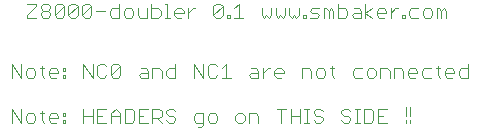
<source format=gto>
G75*
%MOIN*%
%OFA0B0*%
%FSLAX25Y25*%
%IPPOS*%
%LPD*%
%AMOC8*
5,1,8,0,0,1.08239X$1,22.5*
%
%ADD10C,0.00400*%
D10*
X0166500Y0160400D02*
X0166500Y0165004D01*
X0169569Y0160400D01*
X0169569Y0165004D01*
X0171104Y0162702D02*
X0171104Y0161167D01*
X0171871Y0160400D01*
X0173406Y0160400D01*
X0174173Y0161167D01*
X0174173Y0162702D01*
X0173406Y0163469D01*
X0171871Y0163469D01*
X0171104Y0162702D01*
X0175708Y0163469D02*
X0177242Y0163469D01*
X0176475Y0164237D02*
X0176475Y0161167D01*
X0177242Y0160400D01*
X0178777Y0161167D02*
X0178777Y0162702D01*
X0179544Y0163469D01*
X0181079Y0163469D01*
X0181846Y0162702D01*
X0181846Y0161935D01*
X0178777Y0161935D01*
X0178777Y0161167D02*
X0179544Y0160400D01*
X0181079Y0160400D01*
X0183381Y0160400D02*
X0183381Y0161167D01*
X0184148Y0161167D01*
X0184148Y0160400D01*
X0183381Y0160400D01*
X0183381Y0162702D02*
X0183381Y0163469D01*
X0184148Y0163469D01*
X0184148Y0162702D01*
X0183381Y0162702D01*
X0190287Y0162702D02*
X0193356Y0162702D01*
X0194891Y0162702D02*
X0196425Y0162702D01*
X0194891Y0165004D02*
X0194891Y0160400D01*
X0197960Y0160400D01*
X0199495Y0160400D02*
X0199495Y0163469D01*
X0201029Y0165004D01*
X0202564Y0163469D01*
X0202564Y0160400D01*
X0204099Y0160400D02*
X0204099Y0165004D01*
X0206401Y0165004D01*
X0207168Y0164237D01*
X0207168Y0161167D01*
X0206401Y0160400D01*
X0204099Y0160400D01*
X0202564Y0162702D02*
X0199495Y0162702D01*
X0197960Y0165004D02*
X0194891Y0165004D01*
X0193356Y0165004D02*
X0193356Y0160400D01*
X0190287Y0160400D02*
X0190287Y0165004D01*
X0190287Y0175400D02*
X0190287Y0180004D01*
X0193356Y0175400D01*
X0193356Y0180004D01*
X0194891Y0179237D02*
X0194891Y0176167D01*
X0195658Y0175400D01*
X0197193Y0175400D01*
X0197960Y0176167D01*
X0199495Y0176167D02*
X0202564Y0179237D01*
X0202564Y0176167D01*
X0201797Y0175400D01*
X0200262Y0175400D01*
X0199495Y0176167D01*
X0199495Y0179237D01*
X0200262Y0180004D01*
X0201797Y0180004D01*
X0202564Y0179237D01*
X0197960Y0179237D02*
X0197193Y0180004D01*
X0195658Y0180004D01*
X0194891Y0179237D01*
X0184148Y0178469D02*
X0184148Y0177702D01*
X0183381Y0177702D01*
X0183381Y0178469D01*
X0184148Y0178469D01*
X0184148Y0176167D02*
X0184148Y0175400D01*
X0183381Y0175400D01*
X0183381Y0176167D01*
X0184148Y0176167D01*
X0181846Y0176935D02*
X0178777Y0176935D01*
X0178777Y0177702D02*
X0179544Y0178469D01*
X0181079Y0178469D01*
X0181846Y0177702D01*
X0181846Y0176935D01*
X0181079Y0175400D02*
X0179544Y0175400D01*
X0178777Y0176167D01*
X0178777Y0177702D01*
X0177242Y0178469D02*
X0175708Y0178469D01*
X0176475Y0179237D02*
X0176475Y0176167D01*
X0177242Y0175400D01*
X0174173Y0176167D02*
X0174173Y0177702D01*
X0173406Y0178469D01*
X0171871Y0178469D01*
X0171104Y0177702D01*
X0171104Y0176167D01*
X0171871Y0175400D01*
X0173406Y0175400D01*
X0174173Y0176167D01*
X0169569Y0175400D02*
X0169569Y0180004D01*
X0166500Y0180004D02*
X0166500Y0175400D01*
X0169569Y0175400D02*
X0166500Y0180004D01*
X0171500Y0195400D02*
X0174569Y0195400D01*
X0176104Y0196167D02*
X0176104Y0196935D01*
X0176871Y0197702D01*
X0178406Y0197702D01*
X0179173Y0196935D01*
X0179173Y0196167D01*
X0178406Y0195400D01*
X0176871Y0195400D01*
X0176104Y0196167D01*
X0176871Y0197702D02*
X0176104Y0198469D01*
X0176104Y0199237D01*
X0176871Y0200004D01*
X0178406Y0200004D01*
X0179173Y0199237D01*
X0179173Y0198469D01*
X0178406Y0197702D01*
X0180708Y0196167D02*
X0180708Y0199237D01*
X0181475Y0200004D01*
X0183010Y0200004D01*
X0183777Y0199237D01*
X0180708Y0196167D01*
X0181475Y0195400D01*
X0183010Y0195400D01*
X0183777Y0196167D01*
X0183777Y0199237D01*
X0185312Y0199237D02*
X0186079Y0200004D01*
X0187614Y0200004D01*
X0188381Y0199237D01*
X0185312Y0196167D01*
X0186079Y0195400D01*
X0187614Y0195400D01*
X0188381Y0196167D01*
X0188381Y0199237D01*
X0189916Y0199237D02*
X0190683Y0200004D01*
X0192218Y0200004D01*
X0192985Y0199237D01*
X0189916Y0196167D01*
X0190683Y0195400D01*
X0192218Y0195400D01*
X0192985Y0196167D01*
X0192985Y0199237D01*
X0194520Y0197702D02*
X0197589Y0197702D01*
X0199124Y0197702D02*
X0199891Y0198469D01*
X0202193Y0198469D01*
X0202193Y0200004D02*
X0202193Y0195400D01*
X0199891Y0195400D01*
X0199124Y0196167D01*
X0199124Y0197702D01*
X0203727Y0197702D02*
X0203727Y0196167D01*
X0204495Y0195400D01*
X0206029Y0195400D01*
X0206797Y0196167D01*
X0206797Y0197702D01*
X0206029Y0198469D01*
X0204495Y0198469D01*
X0203727Y0197702D01*
X0208331Y0198469D02*
X0208331Y0196167D01*
X0209099Y0195400D01*
X0211401Y0195400D01*
X0211401Y0198469D01*
X0212935Y0198469D02*
X0215237Y0198469D01*
X0216005Y0197702D01*
X0216005Y0196167D01*
X0215237Y0195400D01*
X0212935Y0195400D01*
X0212935Y0200004D01*
X0217539Y0200004D02*
X0218307Y0200004D01*
X0218307Y0195400D01*
X0219074Y0195400D02*
X0217539Y0195400D01*
X0220609Y0196167D02*
X0220609Y0197702D01*
X0221376Y0198469D01*
X0222910Y0198469D01*
X0223678Y0197702D01*
X0223678Y0196935D01*
X0220609Y0196935D01*
X0220609Y0196167D02*
X0221376Y0195400D01*
X0222910Y0195400D01*
X0225212Y0195400D02*
X0225212Y0198469D01*
X0225212Y0196935D02*
X0226747Y0198469D01*
X0227514Y0198469D01*
X0233653Y0199237D02*
X0233653Y0196167D01*
X0236722Y0199237D01*
X0236722Y0196167D01*
X0235955Y0195400D01*
X0234420Y0195400D01*
X0233653Y0196167D01*
X0233653Y0199237D02*
X0234420Y0200004D01*
X0235955Y0200004D01*
X0236722Y0199237D01*
X0238257Y0196167D02*
X0239024Y0196167D01*
X0239024Y0195400D01*
X0238257Y0195400D01*
X0238257Y0196167D01*
X0240559Y0195400D02*
X0243628Y0195400D01*
X0242093Y0195400D02*
X0242093Y0200004D01*
X0240559Y0198469D01*
X0249767Y0198469D02*
X0249767Y0196167D01*
X0250534Y0195400D01*
X0251301Y0196167D01*
X0252069Y0195400D01*
X0252836Y0196167D01*
X0252836Y0198469D01*
X0254371Y0198469D02*
X0254371Y0196167D01*
X0255138Y0195400D01*
X0255905Y0196167D01*
X0256673Y0195400D01*
X0257440Y0196167D01*
X0257440Y0198469D01*
X0258975Y0198469D02*
X0258975Y0196167D01*
X0259742Y0195400D01*
X0260509Y0196167D01*
X0261277Y0195400D01*
X0262044Y0196167D01*
X0262044Y0198469D01*
X0263578Y0196167D02*
X0264346Y0196167D01*
X0264346Y0195400D01*
X0263578Y0195400D01*
X0263578Y0196167D01*
X0265880Y0195400D02*
X0268182Y0195400D01*
X0268950Y0196167D01*
X0268182Y0196935D01*
X0266648Y0196935D01*
X0265880Y0197702D01*
X0266648Y0198469D01*
X0268950Y0198469D01*
X0270484Y0198469D02*
X0270484Y0195400D01*
X0272019Y0195400D02*
X0272019Y0197702D01*
X0272786Y0198469D01*
X0273554Y0197702D01*
X0273554Y0195400D01*
X0275088Y0195400D02*
X0275088Y0200004D01*
X0275088Y0198469D02*
X0277390Y0198469D01*
X0278158Y0197702D01*
X0278158Y0196167D01*
X0277390Y0195400D01*
X0275088Y0195400D01*
X0272019Y0197702D02*
X0271252Y0198469D01*
X0270484Y0198469D01*
X0279692Y0196167D02*
X0280460Y0196935D01*
X0282761Y0196935D01*
X0282761Y0197702D02*
X0282761Y0195400D01*
X0280460Y0195400D01*
X0279692Y0196167D01*
X0280460Y0198469D02*
X0281994Y0198469D01*
X0282761Y0197702D01*
X0284296Y0196935D02*
X0286598Y0198469D01*
X0288133Y0197702D02*
X0288900Y0198469D01*
X0290435Y0198469D01*
X0291202Y0197702D01*
X0291202Y0196935D01*
X0288133Y0196935D01*
X0288133Y0197702D02*
X0288133Y0196167D01*
X0288900Y0195400D01*
X0290435Y0195400D01*
X0292737Y0195400D02*
X0292737Y0198469D01*
X0294271Y0198469D02*
X0295039Y0198469D01*
X0294271Y0198469D02*
X0292737Y0196935D01*
X0296573Y0196167D02*
X0297341Y0196167D01*
X0297341Y0195400D01*
X0296573Y0195400D01*
X0296573Y0196167D01*
X0298875Y0196167D02*
X0299643Y0195400D01*
X0301945Y0195400D01*
X0303479Y0196167D02*
X0304246Y0195400D01*
X0305781Y0195400D01*
X0306548Y0196167D01*
X0306548Y0197702D01*
X0305781Y0198469D01*
X0304246Y0198469D01*
X0303479Y0197702D01*
X0303479Y0196167D01*
X0301945Y0198469D02*
X0299643Y0198469D01*
X0298875Y0197702D01*
X0298875Y0196167D01*
X0308083Y0195400D02*
X0308083Y0198469D01*
X0308850Y0198469D01*
X0309618Y0197702D01*
X0310385Y0198469D01*
X0311152Y0197702D01*
X0311152Y0195400D01*
X0309618Y0195400D02*
X0309618Y0197702D01*
X0308454Y0179237D02*
X0308454Y0176167D01*
X0309222Y0175400D01*
X0310756Y0176167D02*
X0310756Y0177702D01*
X0311524Y0178469D01*
X0313058Y0178469D01*
X0313826Y0177702D01*
X0313826Y0176935D01*
X0310756Y0176935D01*
X0310756Y0176167D02*
X0311524Y0175400D01*
X0313058Y0175400D01*
X0315360Y0176167D02*
X0315360Y0177702D01*
X0316128Y0178469D01*
X0318429Y0178469D01*
X0318429Y0180004D02*
X0318429Y0175400D01*
X0316128Y0175400D01*
X0315360Y0176167D01*
X0309222Y0178469D02*
X0307687Y0178469D01*
X0306152Y0178469D02*
X0303850Y0178469D01*
X0303083Y0177702D01*
X0303083Y0176167D01*
X0303850Y0175400D01*
X0306152Y0175400D01*
X0301548Y0176935D02*
X0298479Y0176935D01*
X0298479Y0177702D02*
X0299246Y0178469D01*
X0300781Y0178469D01*
X0301548Y0177702D01*
X0301548Y0176935D01*
X0300781Y0175400D02*
X0299246Y0175400D01*
X0298479Y0176167D01*
X0298479Y0177702D01*
X0296945Y0177702D02*
X0296945Y0175400D01*
X0296945Y0177702D02*
X0296177Y0178469D01*
X0293875Y0178469D01*
X0293875Y0175400D01*
X0292341Y0175400D02*
X0292341Y0177702D01*
X0291573Y0178469D01*
X0289271Y0178469D01*
X0289271Y0175400D01*
X0287737Y0176167D02*
X0287737Y0177702D01*
X0286969Y0178469D01*
X0285435Y0178469D01*
X0284667Y0177702D01*
X0284667Y0176167D01*
X0285435Y0175400D01*
X0286969Y0175400D01*
X0287737Y0176167D01*
X0283133Y0175400D02*
X0280831Y0175400D01*
X0280063Y0176167D01*
X0280063Y0177702D01*
X0280831Y0178469D01*
X0283133Y0178469D01*
X0273925Y0178469D02*
X0272390Y0178469D01*
X0273158Y0179237D02*
X0273158Y0176167D01*
X0273925Y0175400D01*
X0270856Y0176167D02*
X0270856Y0177702D01*
X0270088Y0178469D01*
X0268554Y0178469D01*
X0267786Y0177702D01*
X0267786Y0176167D01*
X0268554Y0175400D01*
X0270088Y0175400D01*
X0270856Y0176167D01*
X0266252Y0175400D02*
X0266252Y0177702D01*
X0265484Y0178469D01*
X0263182Y0178469D01*
X0263182Y0175400D01*
X0257044Y0176935D02*
X0253975Y0176935D01*
X0253975Y0177702D02*
X0254742Y0178469D01*
X0256277Y0178469D01*
X0257044Y0177702D01*
X0257044Y0176935D01*
X0256277Y0175400D02*
X0254742Y0175400D01*
X0253975Y0176167D01*
X0253975Y0177702D01*
X0252440Y0178469D02*
X0251673Y0178469D01*
X0250138Y0176935D01*
X0250138Y0178469D02*
X0250138Y0175400D01*
X0248603Y0175400D02*
X0246301Y0175400D01*
X0245534Y0176167D01*
X0246301Y0176935D01*
X0248603Y0176935D01*
X0248603Y0177702D02*
X0248603Y0175400D01*
X0248603Y0177702D02*
X0247836Y0178469D01*
X0246301Y0178469D01*
X0239395Y0175400D02*
X0236326Y0175400D01*
X0237861Y0175400D02*
X0237861Y0180004D01*
X0236326Y0178469D01*
X0234792Y0179237D02*
X0234024Y0180004D01*
X0232490Y0180004D01*
X0231722Y0179237D01*
X0231722Y0176167D01*
X0232490Y0175400D01*
X0234024Y0175400D01*
X0234792Y0176167D01*
X0230188Y0175400D02*
X0230188Y0180004D01*
X0227118Y0180004D02*
X0227118Y0175400D01*
X0230188Y0175400D02*
X0227118Y0180004D01*
X0220980Y0180004D02*
X0220980Y0175400D01*
X0218678Y0175400D01*
X0217910Y0176167D01*
X0217910Y0177702D01*
X0218678Y0178469D01*
X0220980Y0178469D01*
X0216376Y0177702D02*
X0216376Y0175400D01*
X0216376Y0177702D02*
X0215609Y0178469D01*
X0213307Y0178469D01*
X0213307Y0175400D01*
X0211772Y0175400D02*
X0209470Y0175400D01*
X0208703Y0176167D01*
X0209470Y0176935D01*
X0211772Y0176935D01*
X0211772Y0177702D02*
X0211772Y0175400D01*
X0211772Y0177702D02*
X0211005Y0178469D01*
X0209470Y0178469D01*
X0208703Y0165004D02*
X0208703Y0160400D01*
X0211772Y0160400D01*
X0213307Y0160400D02*
X0213307Y0165004D01*
X0215609Y0165004D01*
X0216376Y0164237D01*
X0216376Y0162702D01*
X0215609Y0161935D01*
X0213307Y0161935D01*
X0214841Y0161935D02*
X0216376Y0160400D01*
X0217910Y0161167D02*
X0218678Y0160400D01*
X0220212Y0160400D01*
X0220980Y0161167D01*
X0220980Y0161935D01*
X0220212Y0162702D01*
X0218678Y0162702D01*
X0217910Y0163469D01*
X0217910Y0164237D01*
X0218678Y0165004D01*
X0220212Y0165004D01*
X0220980Y0164237D01*
X0227118Y0162702D02*
X0227118Y0161167D01*
X0227886Y0160400D01*
X0230188Y0160400D01*
X0230188Y0159633D02*
X0230188Y0163469D01*
X0227886Y0163469D01*
X0227118Y0162702D01*
X0228653Y0158865D02*
X0229420Y0158865D01*
X0230188Y0159633D01*
X0231722Y0161167D02*
X0232490Y0160400D01*
X0234024Y0160400D01*
X0234792Y0161167D01*
X0234792Y0162702D01*
X0234024Y0163469D01*
X0232490Y0163469D01*
X0231722Y0162702D01*
X0231722Y0161167D01*
X0240930Y0161167D02*
X0241697Y0160400D01*
X0243232Y0160400D01*
X0243999Y0161167D01*
X0243999Y0162702D01*
X0243232Y0163469D01*
X0241697Y0163469D01*
X0240930Y0162702D01*
X0240930Y0161167D01*
X0245534Y0160400D02*
X0245534Y0163469D01*
X0247836Y0163469D01*
X0248603Y0162702D01*
X0248603Y0160400D01*
X0254742Y0165004D02*
X0257811Y0165004D01*
X0256277Y0165004D02*
X0256277Y0160400D01*
X0259346Y0160400D02*
X0259346Y0165004D01*
X0259346Y0162702D02*
X0262415Y0162702D01*
X0262415Y0165004D02*
X0262415Y0160400D01*
X0263950Y0160400D02*
X0265484Y0160400D01*
X0264717Y0160400D02*
X0264717Y0165004D01*
X0263950Y0165004D02*
X0265484Y0165004D01*
X0267019Y0164237D02*
X0267019Y0163469D01*
X0267786Y0162702D01*
X0269321Y0162702D01*
X0270088Y0161935D01*
X0270088Y0161167D01*
X0269321Y0160400D01*
X0267786Y0160400D01*
X0267019Y0161167D01*
X0267019Y0164237D02*
X0267786Y0165004D01*
X0269321Y0165004D01*
X0270088Y0164237D01*
X0276227Y0164237D02*
X0276227Y0163469D01*
X0276994Y0162702D01*
X0278529Y0162702D01*
X0279296Y0161935D01*
X0279296Y0161167D01*
X0278529Y0160400D01*
X0276994Y0160400D01*
X0276227Y0161167D01*
X0276227Y0164237D02*
X0276994Y0165004D01*
X0278529Y0165004D01*
X0279296Y0164237D01*
X0280831Y0165004D02*
X0282365Y0165004D01*
X0281598Y0165004D02*
X0281598Y0160400D01*
X0280831Y0160400D02*
X0282365Y0160400D01*
X0283900Y0160400D02*
X0283900Y0165004D01*
X0286202Y0165004D01*
X0286969Y0164237D01*
X0286969Y0161167D01*
X0286202Y0160400D01*
X0283900Y0160400D01*
X0288504Y0160400D02*
X0288504Y0165004D01*
X0291573Y0165004D01*
X0290039Y0162702D02*
X0288504Y0162702D01*
X0288504Y0160400D02*
X0291573Y0160400D01*
X0297712Y0160400D02*
X0297712Y0161167D01*
X0299246Y0161167D02*
X0299246Y0160400D01*
X0299246Y0162702D02*
X0299246Y0165771D01*
X0297712Y0165771D02*
X0297712Y0162702D01*
X0286598Y0195400D02*
X0284296Y0196935D01*
X0284296Y0195400D02*
X0284296Y0200004D01*
X0211772Y0165004D02*
X0208703Y0165004D01*
X0208703Y0162702D02*
X0210237Y0162702D01*
X0189916Y0196167D02*
X0189916Y0199237D01*
X0185312Y0199237D02*
X0185312Y0196167D01*
X0174569Y0199237D02*
X0171500Y0196167D01*
X0171500Y0195400D01*
X0171500Y0200004D02*
X0174569Y0200004D01*
X0174569Y0199237D01*
M02*

</source>
